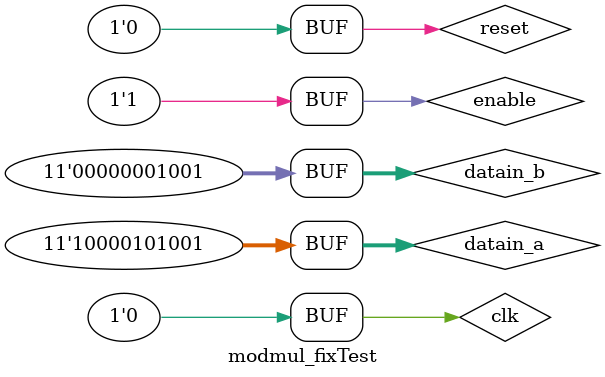
<source format=v>
`timescale 1ns / 1ps


module modmul_fixTest;

// Inputs
	reg clk;
	reg reset;
	reg [10:0] datain_a;
	reg [10:0] datain_b;
	reg enable;

	// Outputs
	wire [10:0] dataout;
	wire valid;

	// Instantiate the Unit Under Test (UUT)
	modmul_fix uut (
		.clk(clk), 
		.reset(reset),  
		.datain_a(datain_a), 
		.datain_b(datain_b), 
		.enable(enable), 
		.dataout(dataout), 
		.valid(valid)
	);
	
	
	always
		begin
			clk = 1; #5; clk = 0; #5;
		end

	initial begin
		// Initialize Inputs
		reset = 0;
		datain_a = 0;
		datain_b = 0;
		enable = 0;

		// Wait 100 ns for global reset to finish
		#100;
		reset = 1;
		
		#100;
		reset = 0;
		
		#100;
		datain_a = 11'b10000101001;
		datain_b = 11'b00000001001;
		
		#100;
		enable = 1;
		
		
        
		// Add stimulus here

	end
      
endmodule


</source>
